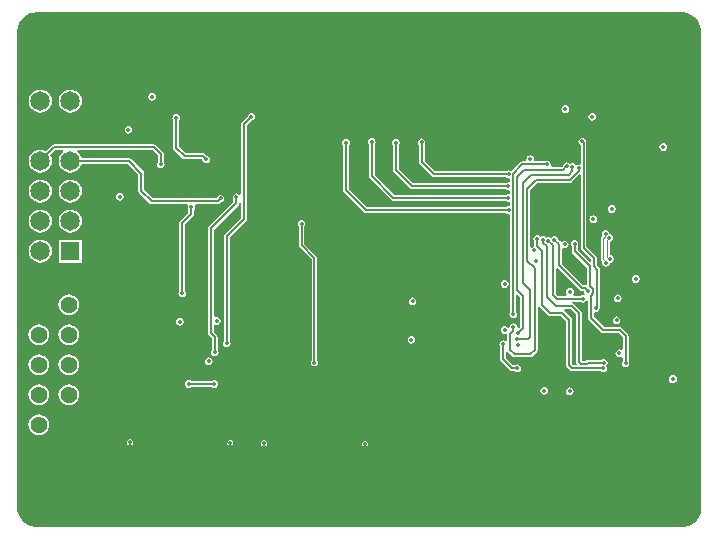
<source format=gbl>
G04*
G04 #@! TF.GenerationSoftware,Altium Limited,Altium Designer,19.1.7 (138)*
G04*
G04 Layer_Physical_Order=4*
G04 Layer_Color=16711680*
%FSLAX44Y44*%
%MOMM*%
G71*
G01*
G75*
%ADD12C,0.2000*%
%ADD38R,1.6000X4.9000*%
%ADD92C,0.1200*%
%ADD94C,0.1700*%
%ADD96C,1.4250*%
%ADD97R,1.4250X1.4250*%
%ADD98C,1.6500*%
%ADD99R,1.6500X1.6500*%
%ADD100C,1.9500*%
%ADD101C,0.3500*%
G36*
X559999Y433942D02*
X560109Y433936D01*
X560218Y433924D01*
X560327Y433906D01*
X560380Y433894D01*
X562017Y433900D01*
X565230Y433279D01*
X568263Y432048D01*
X571000Y430254D01*
X573338Y427964D01*
X575189Y425265D01*
X576483Y422258D01*
X577170Y419058D01*
X577198Y417422D01*
X577198Y417422D01*
X577198Y417418D01*
X577198Y417409D01*
X577198Y417392D01*
X577198Y15157D01*
X577199Y15123D01*
X577199Y15056D01*
X577200Y14989D01*
X577200Y14922D01*
Y13256D01*
X576570Y10052D01*
X575334Y7031D01*
X573537Y4305D01*
X571248Y1977D01*
X568553Y134D01*
X565553Y-1153D01*
X562360Y-1838D01*
X560677Y-1866D01*
X560574Y-1863D01*
X560472Y-1854D01*
X560370Y-1840D01*
X560319Y-1830D01*
X560273Y-1839D01*
X560180Y-1852D01*
X560086Y-1861D01*
X559991Y-1866D01*
X16248Y-1866D01*
X14978Y-1865D01*
X13310Y-1892D01*
X10067Y-1300D01*
X7001Y-88D01*
X4230Y1698D01*
X1860Y3990D01*
X-17Y6700D01*
X-1331Y9724D01*
X-2030Y12945D01*
X-2059Y14593D01*
X-2060Y15841D01*
X-2060Y416874D01*
X-2059Y416874D01*
X-2060Y416874D01*
X-2085Y418493D01*
X-1515Y421681D01*
X-345Y424701D01*
X1381Y427441D01*
X3600Y429799D01*
X6230Y431689D01*
X9173Y433041D01*
X12321Y433804D01*
X13938Y433877D01*
X14000Y433893D01*
X14126Y433918D01*
X14253Y433934D01*
X14380Y433942D01*
X559999Y433942D01*
D02*
G37*
%LPC*%
G36*
X112268Y365772D02*
X111000Y365519D01*
X109925Y364801D01*
X109207Y363726D01*
X108954Y362458D01*
X109207Y361190D01*
X109925Y360115D01*
X111000Y359397D01*
X112268Y359144D01*
X113536Y359397D01*
X114611Y360115D01*
X115329Y361190D01*
X115582Y362458D01*
X115329Y363726D01*
X114611Y364801D01*
X113536Y365519D01*
X112268Y365772D01*
D02*
G37*
G36*
X43000Y368584D02*
X40455Y368249D01*
X38083Y367267D01*
X36046Y365704D01*
X34483Y363667D01*
X33501Y361295D01*
X33166Y358750D01*
X33501Y356205D01*
X34483Y353833D01*
X36046Y351796D01*
X38083Y350233D01*
X40455Y349251D01*
X43000Y348916D01*
X45545Y349251D01*
X47917Y350233D01*
X49954Y351796D01*
X51517Y353833D01*
X52499Y356205D01*
X52834Y358750D01*
X52499Y361295D01*
X51517Y363667D01*
X49954Y365704D01*
X47917Y367267D01*
X45545Y368249D01*
X43000Y368584D01*
D02*
G37*
G36*
X17600D02*
X15055Y368249D01*
X12683Y367267D01*
X10646Y365704D01*
X9083Y363667D01*
X8101Y361295D01*
X7766Y358750D01*
X8101Y356205D01*
X9083Y353833D01*
X10646Y351796D01*
X12683Y350233D01*
X15055Y349251D01*
X17600Y348916D01*
X20145Y349251D01*
X22517Y350233D01*
X24554Y351796D01*
X26117Y353833D01*
X27099Y356205D01*
X27434Y358750D01*
X27099Y361295D01*
X26117Y363667D01*
X24554Y365704D01*
X22517Y367267D01*
X20145Y368249D01*
X17600Y368584D01*
D02*
G37*
G36*
X462026Y355358D02*
X460758Y355105D01*
X459683Y354387D01*
X458965Y353312D01*
X458712Y352044D01*
X458965Y350776D01*
X459683Y349701D01*
X460758Y348983D01*
X462026Y348730D01*
X463294Y348983D01*
X464369Y349701D01*
X465087Y350776D01*
X465340Y352044D01*
X465087Y353312D01*
X464369Y354387D01*
X463294Y355105D01*
X462026Y355358D01*
D02*
G37*
G36*
X484886Y349008D02*
X483618Y348755D01*
X482543Y348037D01*
X481825Y346962D01*
X481572Y345694D01*
X481825Y344426D01*
X482543Y343351D01*
X483618Y342633D01*
X484886Y342380D01*
X486154Y342633D01*
X487229Y343351D01*
X487947Y344426D01*
X488200Y345694D01*
X487947Y346962D01*
X487229Y348037D01*
X486154Y348755D01*
X484886Y349008D01*
D02*
G37*
G36*
X92202Y337832D02*
X90934Y337579D01*
X89859Y336861D01*
X89141Y335786D01*
X88888Y334518D01*
X89141Y333250D01*
X89859Y332175D01*
X90934Y331457D01*
X92202Y331204D01*
X93470Y331457D01*
X94545Y332175D01*
X95263Y333250D01*
X95516Y334518D01*
X95263Y335786D01*
X94545Y336861D01*
X93470Y337579D01*
X92202Y337832D01*
D02*
G37*
G36*
X545084Y323354D02*
X543816Y323101D01*
X542741Y322383D01*
X542023Y321308D01*
X541770Y320040D01*
X542023Y318772D01*
X542741Y317697D01*
X543816Y316979D01*
X545084Y316726D01*
X546352Y316979D01*
X547427Y317697D01*
X548145Y318772D01*
X548398Y320040D01*
X548145Y321308D01*
X547427Y322383D01*
X546352Y323101D01*
X545084Y323354D01*
D02*
G37*
G36*
X114046Y322081D02*
X29182D01*
X28207Y321887D01*
X27380Y321334D01*
X22513Y316468D01*
X20145Y317449D01*
X17600Y317784D01*
X15055Y317449D01*
X12683Y316467D01*
X10646Y314904D01*
X9083Y312867D01*
X8101Y310495D01*
X7766Y307950D01*
X8101Y305405D01*
X9083Y303033D01*
X10646Y300996D01*
X12683Y299433D01*
X15055Y298451D01*
X17600Y298116D01*
X20145Y298451D01*
X22517Y299433D01*
X24554Y300996D01*
X26117Y303033D01*
X27099Y305405D01*
X27434Y307950D01*
X27099Y310495D01*
X26118Y312863D01*
X30238Y316983D01*
X36670D01*
X37101Y315713D01*
X36046Y314904D01*
X34483Y312867D01*
X33501Y310495D01*
X33166Y307950D01*
X33501Y305405D01*
X34483Y303033D01*
X36046Y300996D01*
X38083Y299433D01*
X40455Y298451D01*
X43000Y298116D01*
X45545Y298451D01*
X47917Y299433D01*
X49954Y300996D01*
X51517Y303033D01*
X52498Y305401D01*
X91552D01*
X100575Y296378D01*
Y282448D01*
X100769Y281472D01*
X101322Y280646D01*
X109958Y272010D01*
X110785Y271457D01*
X111760Y271263D01*
X141744D01*
X142429Y269993D01*
X142228Y268986D01*
X142481Y267718D01*
X142993Y266951D01*
Y264454D01*
X135866Y257326D01*
X135313Y256500D01*
X135119Y255524D01*
Y198123D01*
X134607Y197356D01*
X134354Y196088D01*
X134607Y194820D01*
X135325Y193745D01*
X136400Y193027D01*
X137668Y192774D01*
X138936Y193027D01*
X140011Y193745D01*
X140729Y194820D01*
X140982Y196088D01*
X140729Y197356D01*
X140217Y198123D01*
Y254468D01*
X147344Y261596D01*
X147897Y262423D01*
X148091Y263398D01*
Y266951D01*
X148603Y267718D01*
X148856Y268986D01*
X148655Y269993D01*
X149340Y271263D01*
X167640D01*
X168615Y271457D01*
X169442Y272010D01*
X170543Y273111D01*
X171448Y273291D01*
X172523Y274009D01*
X173241Y275084D01*
X173494Y276352D01*
X173241Y277620D01*
X172523Y278695D01*
X171448Y279413D01*
X170180Y279666D01*
X168912Y279413D01*
X167837Y278695D01*
X167119Y277620D01*
X166939Y276715D01*
X166584Y276361D01*
X112816D01*
X105673Y283504D01*
Y297434D01*
X105479Y298410D01*
X104926Y299236D01*
X94410Y309752D01*
X93583Y310305D01*
X92608Y310499D01*
X52498D01*
X51517Y312867D01*
X49954Y314904D01*
X48899Y315713D01*
X49330Y316983D01*
X112990D01*
X117085Y312888D01*
Y307343D01*
X116573Y306576D01*
X116320Y305308D01*
X116573Y304040D01*
X117291Y302965D01*
X118366Y302247D01*
X119634Y301994D01*
X120902Y302247D01*
X121977Y302965D01*
X122695Y304040D01*
X122948Y305308D01*
X122695Y306576D01*
X122183Y307343D01*
Y313944D01*
X121989Y314919D01*
X121436Y315746D01*
X115848Y321334D01*
X115021Y321887D01*
X114046Y322081D01*
D02*
G37*
G36*
X132600Y347750D02*
X131332Y347497D01*
X130257Y346779D01*
X129539Y345704D01*
X129286Y344436D01*
X129539Y343168D01*
X130051Y342401D01*
Y319266D01*
X130245Y318291D01*
X130798Y317464D01*
X137898Y310364D01*
X138724Y309811D01*
X139700Y309617D01*
X154138D01*
X154747Y309009D01*
X154927Y308104D01*
X155645Y307029D01*
X156720Y306311D01*
X157988Y306058D01*
X159256Y306311D01*
X160331Y307029D01*
X161049Y308104D01*
X161302Y309372D01*
X161049Y310640D01*
X160331Y311715D01*
X159256Y312433D01*
X158351Y312613D01*
X156996Y313968D01*
X156170Y314521D01*
X155194Y314715D01*
X140756D01*
X135149Y320322D01*
Y342401D01*
X135661Y343168D01*
X135914Y344436D01*
X135661Y345704D01*
X134943Y346779D01*
X133868Y347497D01*
X132600Y347750D01*
D02*
G37*
G36*
X476504Y327926D02*
X475236Y327673D01*
X474161Y326955D01*
X473443Y325880D01*
X473190Y324612D01*
X473443Y323344D01*
X474161Y322269D01*
X475160Y321601D01*
Y305933D01*
X473890Y304979D01*
X473456Y305066D01*
X472188Y304813D01*
X471320Y304233D01*
X471183Y304290D01*
X470465Y305365D01*
X469390Y306083D01*
X468122Y306336D01*
X466854Y306083D01*
X465917Y305457D01*
X465639Y305873D01*
X464564Y306591D01*
X463296Y306844D01*
X462028Y306591D01*
X460953Y305873D01*
X460235Y304798D01*
X460118Y304210D01*
X459192Y303285D01*
X450521D01*
X449640Y304555D01*
X449757Y305143D01*
X449504Y306411D01*
X448786Y307486D01*
X447711Y308204D01*
X446443Y308457D01*
X445175Y308204D01*
X444426Y307704D01*
X436344D01*
X435492Y308974D01*
X435622Y309626D01*
X435369Y310894D01*
X434651Y311969D01*
X433576Y312687D01*
X432308Y312940D01*
X431040Y312687D01*
X429965Y311969D01*
X429247Y310894D01*
X428994Y309626D01*
X429124Y308974D01*
X428272Y307704D01*
X425704D01*
X425704Y307704D01*
X424787Y307522D01*
X424010Y307002D01*
X416311Y299304D01*
X415288Y299987D01*
X414020Y300240D01*
X412752Y299987D01*
X411985Y299475D01*
X351830D01*
X342909Y308396D01*
Y321815D01*
X343421Y322582D01*
X343674Y323850D01*
X343421Y325118D01*
X342703Y326193D01*
X341628Y326911D01*
X340360Y327164D01*
X339092Y326911D01*
X338017Y326193D01*
X337299Y325118D01*
X337046Y323850D01*
X337299Y322582D01*
X337811Y321815D01*
Y307340D01*
X338005Y306364D01*
X338558Y305538D01*
X348972Y295124D01*
X349799Y294571D01*
X350774Y294377D01*
X411985D01*
X412752Y293865D01*
X414020Y293612D01*
X414095Y293627D01*
X415365Y292585D01*
Y291017D01*
X414095Y290014D01*
X413766Y290080D01*
X412498Y289827D01*
X411731Y289315D01*
X333288D01*
X321065Y301538D01*
Y321561D01*
X321577Y322328D01*
X321830Y323596D01*
X321577Y324864D01*
X320859Y325939D01*
X319784Y326657D01*
X318516Y326910D01*
X317248Y326657D01*
X316173Y325939D01*
X315455Y324864D01*
X315202Y323596D01*
X315455Y322328D01*
X315967Y321561D01*
Y300482D01*
X316161Y299506D01*
X316714Y298680D01*
X330430Y284964D01*
X331257Y284411D01*
X332232Y284217D01*
X411731D01*
X412498Y283705D01*
X413766Y283452D01*
X414095Y283518D01*
X415299Y282566D01*
Y281314D01*
X414095Y280362D01*
X413766Y280428D01*
X412498Y280175D01*
X411731Y279663D01*
X317540D01*
X300745Y296458D01*
Y322069D01*
X301257Y322836D01*
X301510Y324104D01*
X301257Y325372D01*
X300539Y326447D01*
X299464Y327165D01*
X298196Y327418D01*
X296928Y327165D01*
X295853Y326447D01*
X295135Y325372D01*
X294882Y324104D01*
X295135Y322836D01*
X295647Y322069D01*
Y295402D01*
X295841Y294426D01*
X296394Y293600D01*
X314682Y275312D01*
X315508Y274759D01*
X316484Y274565D01*
X411731D01*
X412498Y274053D01*
X413766Y273800D01*
X414095Y273866D01*
X415365Y272862D01*
Y271041D01*
X414095Y269999D01*
X414020Y270014D01*
X412752Y269761D01*
X411985Y269249D01*
X294172D01*
X278901Y284520D01*
Y321561D01*
X279413Y322328D01*
X279666Y323596D01*
X279413Y324864D01*
X278695Y325939D01*
X277620Y326657D01*
X276352Y326910D01*
X275084Y326657D01*
X274009Y325939D01*
X273291Y324864D01*
X273038Y323596D01*
X273291Y322328D01*
X273803Y321561D01*
Y283464D01*
X273997Y282488D01*
X274550Y281662D01*
X291314Y264898D01*
X292141Y264345D01*
X293116Y264151D01*
X411985D01*
X412752Y263639D01*
X414020Y263386D01*
X414095Y263401D01*
X415365Y262359D01*
Y180238D01*
X414861Y179484D01*
X414609Y178216D01*
X414861Y176947D01*
X415579Y175872D01*
X416654Y175154D01*
X417923Y174902D01*
X419191Y175154D01*
X420266Y175872D01*
X420984Y176947D01*
X421236Y178216D01*
X420984Y179484D01*
X420266Y180559D01*
X420157Y180631D01*
Y194847D01*
X421330Y195333D01*
X423917Y192746D01*
Y167934D01*
X422524Y166541D01*
X421354Y167167D01*
X421398Y167386D01*
X421145Y168654D01*
X420427Y169729D01*
X419352Y170447D01*
X418084Y170700D01*
X416816Y170447D01*
X415741Y169729D01*
X415023Y168654D01*
X414770Y167386D01*
X414831Y167080D01*
X413635Y166584D01*
X413061Y167443D01*
X411986Y168161D01*
X410718Y168414D01*
X409450Y168161D01*
X408375Y167443D01*
X407657Y166368D01*
X407404Y165100D01*
X407657Y163832D01*
X408375Y162757D01*
X409450Y162039D01*
X410718Y161786D01*
X411760Y161994D01*
X411852Y161979D01*
X412536Y161574D01*
X412995Y161185D01*
Y155735D01*
X412092Y155372D01*
X411725Y155295D01*
X410716Y155969D01*
X409448Y156222D01*
X408180Y155969D01*
X407105Y155251D01*
X406387Y154176D01*
X406134Y152908D01*
X406387Y151640D01*
X406899Y150873D01*
Y140462D01*
X407093Y139487D01*
X407646Y138660D01*
X415321Y130985D01*
X416147Y130432D01*
X417123Y130238D01*
X418823D01*
X418877Y130157D01*
X419952Y129439D01*
X421220Y129186D01*
X422488Y129439D01*
X423563Y130157D01*
X424281Y131232D01*
X424534Y132500D01*
X424281Y133768D01*
X423563Y134843D01*
X422488Y135561D01*
X421220Y135814D01*
X419952Y135561D01*
X419614Y135336D01*
X418179D01*
X411997Y141518D01*
Y146401D01*
X412208Y146553D01*
X413742Y146534D01*
X417806Y142470D01*
X418633Y141917D01*
X419608Y141723D01*
X432054D01*
X433030Y141917D01*
X433856Y142470D01*
X437920Y146534D01*
X438473Y147360D01*
X438667Y148336D01*
Y184247D01*
X438878Y184399D01*
X440412Y184380D01*
X447270Y177522D01*
X448097Y176969D01*
X449072Y176775D01*
X458529D01*
X462525Y172779D01*
Y135382D01*
X462719Y134406D01*
X463272Y133580D01*
X466066Y130786D01*
X466893Y130233D01*
X467868Y130039D01*
X491995D01*
X492762Y129527D01*
X494030Y129274D01*
X495298Y129527D01*
X496373Y130245D01*
X497091Y131320D01*
X497344Y132588D01*
X497091Y133856D01*
X496465Y134793D01*
X496881Y135071D01*
X497599Y136146D01*
X497852Y137414D01*
X497599Y138682D01*
X496881Y139757D01*
X495806Y140475D01*
X494538Y140728D01*
X493270Y140475D01*
X492503Y139963D01*
X481584D01*
X480608Y139769D01*
X479782Y139216D01*
X479364Y138799D01*
X476299D01*
Y179284D01*
X476105Y180259D01*
X475552Y181086D01*
X469670Y186968D01*
X468843Y187521D01*
X467868Y187715D01*
X467911Y188967D01*
X474977D01*
X475744Y188455D01*
X477012Y188202D01*
X478280Y188455D01*
X479355Y189173D01*
X479865Y189936D01*
X481135Y189571D01*
Y175446D01*
X481329Y174471D01*
X481882Y173644D01*
X492228Y163298D01*
X493055Y162745D01*
X494030Y162551D01*
X506944D01*
X510531Y158964D01*
Y148863D01*
X509261Y148184D01*
X509014Y148349D01*
X507746Y148602D01*
X506478Y148349D01*
X505403Y147631D01*
X504685Y146556D01*
X504432Y145288D01*
X504685Y144020D01*
X505403Y142945D01*
X506478Y142227D01*
X507746Y141974D01*
X509014Y142227D01*
X509261Y142392D01*
X510531Y141713D01*
Y138687D01*
X510019Y137920D01*
X509766Y136652D01*
X510019Y135384D01*
X510737Y134309D01*
X511812Y133591D01*
X513080Y133338D01*
X514348Y133591D01*
X515423Y134309D01*
X516141Y135384D01*
X516394Y136652D01*
X516141Y137920D01*
X515629Y138687D01*
Y160020D01*
X515435Y160995D01*
X514882Y161822D01*
X509802Y166902D01*
X508975Y167455D01*
X508000Y167649D01*
X495086D01*
X486233Y176502D01*
Y179205D01*
X487503Y180160D01*
X487934Y180074D01*
X489202Y180327D01*
X490277Y181045D01*
X490995Y182120D01*
X491248Y183388D01*
X491188Y183689D01*
X491326Y184384D01*
X491326Y184384D01*
Y216218D01*
X491144Y217135D01*
X490624Y217912D01*
X488770Y219766D01*
Y225842D01*
X488588Y226759D01*
X488068Y227536D01*
X479952Y235653D01*
Y323560D01*
X479780Y324424D01*
X479818Y324612D01*
X479565Y325880D01*
X478847Y326955D01*
X477772Y327673D01*
X476504Y327926D01*
D02*
G37*
G36*
X196342Y349008D02*
X195074Y348755D01*
X193999Y348037D01*
X193281Y346962D01*
X193101Y346057D01*
X188190Y341146D01*
X187637Y340320D01*
X187443Y339344D01*
Y279815D01*
X186173Y279430D01*
X185985Y279711D01*
X184910Y280429D01*
X183642Y280682D01*
X182374Y280429D01*
X181299Y279711D01*
X180581Y278636D01*
X180328Y277368D01*
X180581Y276100D01*
X181093Y275333D01*
Y273598D01*
X160310Y252814D01*
X159757Y251987D01*
X159563Y251012D01*
Y162161D01*
X159757Y161185D01*
X160310Y160358D01*
X162599Y158069D01*
Y148387D01*
X162087Y147620D01*
X161834Y146352D01*
X162087Y145084D01*
X162805Y144009D01*
X163880Y143291D01*
X165148Y143038D01*
X166416Y143291D01*
X167491Y144009D01*
X168209Y145084D01*
X168462Y146352D01*
X168209Y147620D01*
X167697Y148387D01*
Y159125D01*
X167503Y160100D01*
X166950Y160927D01*
X164661Y163216D01*
Y168881D01*
X165931Y169595D01*
X166878Y169406D01*
X168146Y169659D01*
X169221Y170377D01*
X169939Y171452D01*
X170192Y172720D01*
X169939Y173988D01*
X169221Y175063D01*
X168146Y175781D01*
X166878Y176034D01*
X165931Y175845D01*
X164661Y176558D01*
Y249956D01*
X185444Y270740D01*
X185997Y271567D01*
X186191Y272542D01*
X187443Y272499D01*
Y260136D01*
X173712Y246404D01*
X173159Y245578D01*
X172965Y244602D01*
Y155705D01*
X172453Y154938D01*
X172200Y153670D01*
X172453Y152402D01*
X173171Y151327D01*
X174246Y150609D01*
X175514Y150356D01*
X176782Y150609D01*
X177857Y151327D01*
X178575Y152402D01*
X178828Y153670D01*
X178575Y154938D01*
X178063Y155705D01*
Y243546D01*
X191794Y257278D01*
X192347Y258105D01*
X192541Y259080D01*
Y338288D01*
X196705Y342453D01*
X197610Y342633D01*
X198685Y343351D01*
X199403Y344426D01*
X199656Y345694D01*
X199403Y346962D01*
X198685Y348037D01*
X197610Y348755D01*
X196342Y349008D01*
D02*
G37*
G36*
X84836Y281190D02*
X83568Y280937D01*
X82493Y280219D01*
X81775Y279144D01*
X81522Y277876D01*
X81775Y276608D01*
X82493Y275533D01*
X83568Y274815D01*
X84836Y274562D01*
X86104Y274815D01*
X87179Y275533D01*
X87897Y276608D01*
X88150Y277876D01*
X87897Y279144D01*
X87179Y280219D01*
X86104Y280937D01*
X84836Y281190D01*
D02*
G37*
G36*
X43000Y292384D02*
X40455Y292049D01*
X38083Y291067D01*
X36046Y289504D01*
X34483Y287467D01*
X33501Y285095D01*
X33166Y282550D01*
X33501Y280005D01*
X34483Y277633D01*
X36046Y275596D01*
X38083Y274033D01*
X40455Y273051D01*
X43000Y272716D01*
X45545Y273051D01*
X47917Y274033D01*
X49954Y275596D01*
X51517Y277633D01*
X52499Y280005D01*
X52834Y282550D01*
X52499Y285095D01*
X51517Y287467D01*
X49954Y289504D01*
X47917Y291067D01*
X45545Y292049D01*
X43000Y292384D01*
D02*
G37*
G36*
X17600D02*
X15055Y292049D01*
X12683Y291067D01*
X10646Y289504D01*
X9083Y287467D01*
X8101Y285095D01*
X7766Y282550D01*
X8101Y280005D01*
X9083Y277633D01*
X10646Y275596D01*
X12683Y274033D01*
X15055Y273051D01*
X17600Y272716D01*
X20145Y273051D01*
X22517Y274033D01*
X24554Y275596D01*
X26117Y277633D01*
X27099Y280005D01*
X27434Y282550D01*
X27099Y285095D01*
X26117Y287467D01*
X24554Y289504D01*
X22517Y291067D01*
X20145Y292049D01*
X17600Y292384D01*
D02*
G37*
G36*
X501396Y270776D02*
X500128Y270523D01*
X499053Y269805D01*
X498335Y268730D01*
X498082Y267462D01*
X498335Y266194D01*
X499053Y265119D01*
X500128Y264401D01*
X501396Y264148D01*
X502664Y264401D01*
X503739Y265119D01*
X504457Y266194D01*
X504710Y267462D01*
X504457Y268730D01*
X503739Y269805D01*
X502664Y270523D01*
X501396Y270776D01*
D02*
G37*
G36*
X485648Y262140D02*
X484380Y261887D01*
X483305Y261169D01*
X482587Y260094D01*
X482334Y258826D01*
X482587Y257558D01*
X483305Y256483D01*
X484380Y255765D01*
X485648Y255512D01*
X486916Y255765D01*
X487991Y256483D01*
X488709Y257558D01*
X488962Y258826D01*
X488709Y260094D01*
X487991Y261169D01*
X486916Y261887D01*
X485648Y262140D01*
D02*
G37*
G36*
X43000Y266984D02*
X40455Y266649D01*
X38083Y265667D01*
X36046Y264104D01*
X34483Y262067D01*
X33501Y259695D01*
X33166Y257150D01*
X33501Y254605D01*
X34483Y252233D01*
X36046Y250196D01*
X38083Y248633D01*
X40455Y247651D01*
X43000Y247316D01*
X45545Y247651D01*
X47917Y248633D01*
X49954Y250196D01*
X51517Y252233D01*
X52499Y254605D01*
X52834Y257150D01*
X52499Y259695D01*
X51517Y262067D01*
X49954Y264104D01*
X47917Y265667D01*
X45545Y266649D01*
X43000Y266984D01*
D02*
G37*
G36*
X17600D02*
X15055Y266649D01*
X12683Y265667D01*
X10646Y264104D01*
X9083Y262067D01*
X8101Y259695D01*
X7766Y257150D01*
X8101Y254605D01*
X9083Y252233D01*
X10646Y250196D01*
X12683Y248633D01*
X15055Y247651D01*
X17600Y247316D01*
X20145Y247651D01*
X22517Y248633D01*
X24554Y250196D01*
X26117Y252233D01*
X27099Y254605D01*
X27434Y257150D01*
X27099Y259695D01*
X26117Y262067D01*
X24554Y264104D01*
X22517Y265667D01*
X20145Y266649D01*
X17600Y266984D01*
D02*
G37*
G36*
X52750Y241500D02*
X33250D01*
Y222000D01*
X52750D01*
Y241500D01*
D02*
G37*
G36*
X17600Y241584D02*
X15055Y241249D01*
X12683Y240267D01*
X10646Y238704D01*
X9083Y236667D01*
X8101Y234295D01*
X7766Y231750D01*
X8101Y229205D01*
X9083Y226833D01*
X10646Y224796D01*
X12683Y223233D01*
X15055Y222251D01*
X17600Y221916D01*
X20145Y222251D01*
X22517Y223233D01*
X24554Y224796D01*
X26117Y226833D01*
X27099Y229205D01*
X27434Y231750D01*
X27099Y234295D01*
X26117Y236667D01*
X24554Y238704D01*
X22517Y240267D01*
X20145Y241249D01*
X17600Y241584D01*
D02*
G37*
G36*
X496189Y249567D02*
X494921Y249314D01*
X493846Y248596D01*
X493128Y247521D01*
X492875Y246253D01*
X493128Y244985D01*
X493365Y244629D01*
X492793Y244058D01*
X492329Y243363D01*
X492166Y242544D01*
Y225067D01*
X492329Y224248D01*
X492793Y223553D01*
X493401Y222946D01*
X493201Y221941D01*
X493453Y220673D01*
X494171Y219597D01*
X495247Y218879D01*
X496515Y218627D01*
X497783Y218879D01*
X498858Y219597D01*
X499576Y220673D01*
X499806Y221831D01*
X500965Y222061D01*
X502040Y222780D01*
X502758Y223855D01*
X503010Y225123D01*
X502758Y226391D01*
X502040Y227466D01*
X500965Y228184D01*
X499697Y228436D01*
X499648Y228476D01*
Y239813D01*
X500639Y240010D01*
X501714Y240728D01*
X502432Y241803D01*
X502685Y243071D01*
X502432Y244339D01*
X501714Y245414D01*
X500639Y246132D01*
X499481Y246363D01*
X499250Y247521D01*
X498532Y248596D01*
X497457Y249314D01*
X496189Y249567D01*
D02*
G37*
G36*
X521716Y211594D02*
X520448Y211341D01*
X519373Y210623D01*
X518655Y209548D01*
X518402Y208280D01*
X518655Y207012D01*
X519373Y205937D01*
X520448Y205219D01*
X521716Y204966D01*
X522984Y205219D01*
X524059Y205937D01*
X524777Y207012D01*
X525030Y208280D01*
X524777Y209548D01*
X524059Y210623D01*
X522984Y211341D01*
X521716Y211594D01*
D02*
G37*
G36*
X410718Y207276D02*
X409450Y207023D01*
X408375Y206305D01*
X407657Y205230D01*
X407404Y203962D01*
X407657Y202694D01*
X408375Y201619D01*
X409450Y200901D01*
X410718Y200648D01*
X411986Y200901D01*
X413061Y201619D01*
X413779Y202694D01*
X414032Y203962D01*
X413779Y205230D01*
X413061Y206305D01*
X411986Y207023D01*
X410718Y207276D01*
D02*
G37*
G36*
X506476Y195084D02*
X505208Y194831D01*
X504133Y194113D01*
X503415Y193038D01*
X503162Y191770D01*
X503415Y190502D01*
X504133Y189427D01*
X505208Y188709D01*
X506476Y188456D01*
X507744Y188709D01*
X508819Y189427D01*
X509537Y190502D01*
X509790Y191770D01*
X509537Y193038D01*
X508819Y194113D01*
X507744Y194831D01*
X506476Y195084D01*
D02*
G37*
G36*
X332740Y192544D02*
X331472Y192291D01*
X330397Y191573D01*
X329679Y190498D01*
X329426Y189230D01*
X329679Y187962D01*
X330397Y186887D01*
X331472Y186169D01*
X332740Y185916D01*
X334008Y186169D01*
X335083Y186887D01*
X335801Y187962D01*
X336054Y189230D01*
X335801Y190498D01*
X335083Y191573D01*
X334008Y192291D01*
X332740Y192544D01*
D02*
G37*
G36*
X41650Y195199D02*
X39398Y194903D01*
X37300Y194034D01*
X35499Y192651D01*
X34116Y190850D01*
X33247Y188752D01*
X32951Y186500D01*
X33247Y184248D01*
X34116Y182150D01*
X35499Y180349D01*
X37300Y178966D01*
X39398Y178097D01*
X41650Y177801D01*
X43902Y178097D01*
X46000Y178966D01*
X47801Y180349D01*
X49184Y182150D01*
X50053Y184248D01*
X50349Y186500D01*
X50053Y188752D01*
X49184Y190850D01*
X47801Y192651D01*
X46000Y194034D01*
X43902Y194903D01*
X41650Y195199D01*
D02*
G37*
G36*
X505460Y176542D02*
X504192Y176289D01*
X503117Y175571D01*
X502399Y174496D01*
X502146Y173228D01*
X502399Y171960D01*
X503117Y170885D01*
X504192Y170167D01*
X505460Y169914D01*
X506728Y170167D01*
X507803Y170885D01*
X508521Y171960D01*
X508774Y173228D01*
X508521Y174496D01*
X507803Y175571D01*
X506728Y176289D01*
X505460Y176542D01*
D02*
G37*
G36*
X135636Y175272D02*
X134368Y175019D01*
X133293Y174301D01*
X132575Y173226D01*
X132322Y171958D01*
X132575Y170690D01*
X133293Y169615D01*
X134368Y168897D01*
X135636Y168644D01*
X136904Y168897D01*
X137979Y169615D01*
X138697Y170690D01*
X138950Y171958D01*
X138697Y173226D01*
X137979Y174301D01*
X136904Y175019D01*
X135636Y175272D01*
D02*
G37*
G36*
X331763Y160159D02*
X330495Y159906D01*
X329420Y159188D01*
X328702Y158113D01*
X328449Y156845D01*
X328702Y155577D01*
X329420Y154502D01*
X330495Y153784D01*
X331763Y153531D01*
X333031Y153784D01*
X334106Y154502D01*
X334824Y155577D01*
X335077Y156845D01*
X334824Y158113D01*
X334106Y159188D01*
X333031Y159906D01*
X331763Y160159D01*
D02*
G37*
G36*
X41650Y169799D02*
X39398Y169503D01*
X37300Y168634D01*
X35499Y167251D01*
X34116Y165450D01*
X33247Y163352D01*
X32951Y161100D01*
X33247Y158848D01*
X34116Y156750D01*
X35499Y154949D01*
X37300Y153566D01*
X39398Y152697D01*
X41650Y152401D01*
X43902Y152697D01*
X46000Y153566D01*
X47801Y154949D01*
X49184Y156750D01*
X50053Y158848D01*
X50349Y161100D01*
X50053Y163352D01*
X49184Y165450D01*
X47801Y167251D01*
X46000Y168634D01*
X43902Y169503D01*
X41650Y169799D01*
D02*
G37*
G36*
X16250D02*
X13998Y169503D01*
X11900Y168634D01*
X10099Y167251D01*
X8716Y165450D01*
X7847Y163352D01*
X7551Y161100D01*
X7847Y158848D01*
X8716Y156750D01*
X10099Y154949D01*
X11900Y153566D01*
X13998Y152697D01*
X16250Y152401D01*
X18502Y152697D01*
X20600Y153566D01*
X22401Y154949D01*
X23784Y156750D01*
X24653Y158848D01*
X24949Y161100D01*
X24653Y163352D01*
X23784Y165450D01*
X22401Y167251D01*
X20600Y168634D01*
X18502Y169503D01*
X16250Y169799D01*
D02*
G37*
G36*
X160274Y141744D02*
X159006Y141491D01*
X157931Y140773D01*
X157213Y139698D01*
X156960Y138430D01*
X157213Y137162D01*
X157931Y136087D01*
X159006Y135369D01*
X160274Y135116D01*
X161542Y135369D01*
X162617Y136087D01*
X163335Y137162D01*
X163588Y138430D01*
X163335Y139698D01*
X162617Y140773D01*
X161542Y141491D01*
X160274Y141744D01*
D02*
G37*
G36*
X238760Y258076D02*
X237492Y257823D01*
X236417Y257105D01*
X235699Y256030D01*
X235446Y254762D01*
X235699Y253494D01*
X236364Y252498D01*
Y236982D01*
X236546Y236065D01*
X237066Y235288D01*
X247286Y225068D01*
Y139746D01*
X246621Y138750D01*
X246368Y137482D01*
X246621Y136214D01*
X247339Y135139D01*
X248414Y134421D01*
X249682Y134169D01*
X250950Y134421D01*
X252025Y135139D01*
X252743Y136214D01*
X252996Y137482D01*
X252743Y138750D01*
X252078Y139746D01*
Y226060D01*
X251896Y226977D01*
X251376Y227754D01*
X241156Y237974D01*
Y252498D01*
X241821Y253494D01*
X242074Y254762D01*
X241821Y256030D01*
X241103Y257105D01*
X240028Y257823D01*
X238760Y258076D01*
D02*
G37*
G36*
X41650Y144399D02*
X39398Y144103D01*
X37300Y143234D01*
X35499Y141851D01*
X34116Y140050D01*
X33247Y137952D01*
X32951Y135700D01*
X33247Y133448D01*
X34116Y131350D01*
X35499Y129549D01*
X37300Y128166D01*
X39398Y127297D01*
X41650Y127001D01*
X43902Y127297D01*
X46000Y128166D01*
X47801Y129549D01*
X49184Y131350D01*
X50053Y133448D01*
X50349Y135700D01*
X50053Y137952D01*
X49184Y140050D01*
X47801Y141851D01*
X46000Y143234D01*
X43902Y144103D01*
X41650Y144399D01*
D02*
G37*
G36*
X16250D02*
X13998Y144103D01*
X11900Y143234D01*
X10099Y141851D01*
X8716Y140050D01*
X7847Y137952D01*
X7551Y135700D01*
X7847Y133448D01*
X8716Y131350D01*
X10099Y129549D01*
X11900Y128166D01*
X13998Y127297D01*
X16250Y127001D01*
X18502Y127297D01*
X20600Y128166D01*
X22401Y129549D01*
X23784Y131350D01*
X24653Y133448D01*
X24949Y135700D01*
X24653Y137952D01*
X23784Y140050D01*
X22401Y141851D01*
X20600Y143234D01*
X18502Y144103D01*
X16250Y144399D01*
D02*
G37*
G36*
X164846Y122694D02*
X163578Y122441D01*
X162582Y121776D01*
X145686D01*
X144690Y122441D01*
X143422Y122694D01*
X142154Y122441D01*
X141079Y121723D01*
X140361Y120648D01*
X140108Y119380D01*
X140361Y118112D01*
X141079Y117037D01*
X142154Y116319D01*
X143422Y116066D01*
X144690Y116319D01*
X145686Y116984D01*
X162582D01*
X163578Y116319D01*
X164846Y116066D01*
X166114Y116319D01*
X167189Y117037D01*
X167907Y118112D01*
X168160Y119380D01*
X167907Y120648D01*
X167189Y121723D01*
X166114Y122441D01*
X164846Y122694D01*
D02*
G37*
G36*
X553212Y126758D02*
X551944Y126505D01*
X550869Y125787D01*
X550151Y124712D01*
X549898Y123444D01*
X550151Y122176D01*
X550869Y121101D01*
X551944Y120383D01*
X553212Y120130D01*
X554480Y120383D01*
X555555Y121101D01*
X556273Y122176D01*
X556526Y123444D01*
X556273Y124712D01*
X555555Y125787D01*
X554480Y126505D01*
X553212Y126758D01*
D02*
G37*
G36*
X444246Y116852D02*
X442978Y116599D01*
X441903Y115881D01*
X441185Y114806D01*
X440932Y113538D01*
X441185Y112270D01*
X441903Y111195D01*
X442978Y110477D01*
X444246Y110224D01*
X445514Y110477D01*
X446589Y111195D01*
X447307Y112270D01*
X447560Y113538D01*
X447307Y114806D01*
X446589Y115881D01*
X445514Y116599D01*
X444246Y116852D01*
D02*
G37*
G36*
X465836Y116344D02*
X464568Y116091D01*
X463493Y115373D01*
X462775Y114298D01*
X462522Y113030D01*
X462775Y111762D01*
X463493Y110687D01*
X464568Y109969D01*
X465836Y109716D01*
X467104Y109969D01*
X468179Y110687D01*
X468897Y111762D01*
X469150Y113030D01*
X468897Y114298D01*
X468179Y115373D01*
X467104Y116091D01*
X465836Y116344D01*
D02*
G37*
G36*
X41650Y118999D02*
X39398Y118703D01*
X37300Y117834D01*
X35499Y116451D01*
X34116Y114650D01*
X33247Y112552D01*
X32951Y110300D01*
X33247Y108048D01*
X34116Y105950D01*
X35499Y104149D01*
X37300Y102766D01*
X39398Y101897D01*
X41650Y101601D01*
X43902Y101897D01*
X46000Y102766D01*
X47801Y104149D01*
X49184Y105950D01*
X50053Y108048D01*
X50349Y110300D01*
X50053Y112552D01*
X49184Y114650D01*
X47801Y116451D01*
X46000Y117834D01*
X43902Y118703D01*
X41650Y118999D01*
D02*
G37*
G36*
X16250D02*
X13998Y118703D01*
X11900Y117834D01*
X10099Y116451D01*
X8716Y114650D01*
X7847Y112552D01*
X7551Y110300D01*
X7847Y108048D01*
X8716Y105950D01*
X10099Y104149D01*
X11900Y102766D01*
X13998Y101897D01*
X16250Y101601D01*
X18502Y101897D01*
X20600Y102766D01*
X22401Y104149D01*
X23784Y105950D01*
X24653Y108048D01*
X24949Y110300D01*
X24653Y112552D01*
X23784Y114650D01*
X22401Y116451D01*
X20600Y117834D01*
X18502Y118703D01*
X16250Y118999D01*
D02*
G37*
G36*
Y93599D02*
X13998Y93303D01*
X11900Y92434D01*
X10099Y91051D01*
X8716Y89250D01*
X7847Y87152D01*
X7551Y84900D01*
X7847Y82648D01*
X8716Y80550D01*
X10099Y78749D01*
X11900Y77366D01*
X13998Y76497D01*
X16250Y76201D01*
X18502Y76497D01*
X20600Y77366D01*
X22401Y78749D01*
X23784Y80550D01*
X24653Y82648D01*
X24949Y84900D01*
X24653Y87152D01*
X23784Y89250D01*
X22401Y91051D01*
X20600Y92434D01*
X18502Y93303D01*
X16250Y93599D01*
D02*
G37*
G36*
X178500Y72049D02*
X177525Y71855D01*
X176698Y71302D01*
X176145Y70475D01*
X175951Y69500D01*
Y44059D01*
X175895Y43976D01*
X175701Y43000D01*
X175895Y42025D01*
X176448Y41198D01*
X177275Y40645D01*
X178250Y40451D01*
X179226Y40645D01*
X180052Y41198D01*
X180302Y41448D01*
X180855Y42275D01*
X181049Y43250D01*
Y69500D01*
X180855Y70475D01*
X180302Y71302D01*
X179475Y71855D01*
X178500Y72049D01*
D02*
G37*
G36*
X93500Y72549D02*
X92525Y72355D01*
X91698Y71802D01*
X91145Y70975D01*
X90951Y70000D01*
Y44059D01*
X90895Y43976D01*
X90701Y43000D01*
X90895Y42025D01*
X91448Y41198D01*
X92275Y40645D01*
X93250Y40451D01*
X94225Y40645D01*
X95052Y41198D01*
X95302Y41448D01*
X95855Y42275D01*
X96049Y43250D01*
Y70000D01*
X95855Y70975D01*
X95302Y71802D01*
X94475Y72355D01*
X93500Y72549D01*
D02*
G37*
G36*
X206750Y72049D02*
X205775Y71855D01*
X204948Y71302D01*
X204395Y70475D01*
X204201Y69500D01*
Y42750D01*
X204395Y41775D01*
X204948Y40948D01*
X205448Y40448D01*
X206275Y39895D01*
X207250Y39701D01*
X208225Y39895D01*
X209052Y40448D01*
X209605Y41275D01*
X209799Y42250D01*
X209605Y43225D01*
X209299Y43683D01*
Y69500D01*
X209105Y70475D01*
X208552Y71302D01*
X207725Y71855D01*
X206750Y72049D01*
D02*
G37*
G36*
X292250Y70799D02*
X291275Y70605D01*
X290448Y70052D01*
X289895Y69225D01*
X289701Y68250D01*
Y42250D01*
X289895Y41275D01*
X290448Y40448D01*
X291275Y39895D01*
X292250Y39701D01*
X293225Y39895D01*
X294052Y40448D01*
X294605Y41275D01*
X294799Y42250D01*
Y68250D01*
X294605Y69225D01*
X294052Y70052D01*
X293225Y70605D01*
X292250Y70799D01*
D02*
G37*
%LPD*%
G36*
X475160Y296290D02*
Y234660D01*
X475342Y233743D01*
X475862Y232966D01*
X483978Y224849D01*
Y223111D01*
X482805Y222624D01*
X472449Y232980D01*
Y235709D01*
X472961Y236476D01*
X473214Y237744D01*
X472961Y239012D01*
X472243Y240087D01*
X471168Y240805D01*
X469900Y241058D01*
X468632Y240805D01*
X467557Y240087D01*
X466839Y239012D01*
X466586Y237744D01*
X466839Y236476D01*
X467351Y235709D01*
Y231924D01*
X467545Y230949D01*
X468098Y230122D01*
X480475Y217745D01*
Y203698D01*
X479205Y202872D01*
X478790Y202955D01*
X477139D01*
X459241Y220853D01*
Y233707D01*
X460511Y234400D01*
X461500Y234203D01*
X462768Y234456D01*
X463843Y235174D01*
X464561Y236249D01*
X464814Y237517D01*
X464561Y238785D01*
X463843Y239860D01*
X462768Y240578D01*
X461500Y240831D01*
X460232Y240578D01*
X459157Y239860D01*
X457850Y240191D01*
X456123Y241917D01*
X455943Y242822D01*
X455225Y243897D01*
X454150Y244615D01*
X452882Y244868D01*
X451614Y244615D01*
X450539Y243897D01*
X449948Y243013D01*
X449070Y243599D01*
X447802Y243852D01*
X446534Y243599D01*
X445996Y243240D01*
X445573Y243873D01*
X444498Y244591D01*
X443230Y244844D01*
X441962Y244591D01*
X441036Y243973D01*
X440747Y244405D01*
X439672Y245123D01*
X438404Y245376D01*
X437136Y245123D01*
X436061Y244405D01*
X435343Y243330D01*
X435090Y242062D01*
X435343Y240794D01*
X435855Y240027D01*
Y236918D01*
X435855Y235935D01*
X434719Y235496D01*
X434596Y235471D01*
X433647Y234837D01*
X433064Y234982D01*
X432377Y235327D01*
Y283230D01*
X438698Y289551D01*
X465706D01*
X466681Y289745D01*
X467508Y290298D01*
X473987Y296776D01*
X475160Y296290D01*
D02*
G37*
G36*
X474281Y198604D02*
X475108Y198051D01*
X476084Y197857D01*
X477734D01*
X478089Y197503D01*
X478269Y196598D01*
X478987Y195523D01*
X478280Y194577D01*
X477012Y194830D01*
X475744Y194577D01*
X474977Y194065D01*
X469496D01*
X468817Y195335D01*
X469151Y195836D01*
X469404Y197104D01*
X469151Y198372D01*
X468433Y199447D01*
X467358Y200165D01*
X466090Y200418D01*
X464822Y200165D01*
X463747Y199447D01*
X463029Y198372D01*
X462776Y197104D01*
X463029Y195836D01*
X463363Y195335D01*
X462685Y194065D01*
X455716D01*
X454161Y195620D01*
Y216928D01*
X455431Y217454D01*
X474281Y198604D01*
D02*
G37*
G36*
X471201Y178228D02*
Y137628D01*
X471395Y136652D01*
X471559Y136407D01*
X470880Y135137D01*
X468924D01*
X467623Y136438D01*
Y173834D01*
X467429Y174810D01*
X466876Y175637D01*
X461387Y181126D01*
X461057Y181347D01*
X461442Y182617D01*
X466812D01*
X471201Y178228D01*
D02*
G37*
D12*
X467868Y132588D02*
X494030D01*
X473456Y299850D02*
Y301752D01*
X465706Y292100D02*
X473456Y299850D01*
X437642Y292100D02*
X465706D01*
X463042Y303530D02*
X463296D01*
X443230Y239014D02*
Y241530D01*
X447802Y240538D02*
X451612Y236728D01*
X316484Y277114D02*
X413766D01*
X421386Y198882D02*
Y294894D01*
X427228Y300736D01*
X332232Y286766D02*
X413766D01*
X350774Y296926D02*
X414020D01*
X478790Y200406D02*
X481330Y197866D01*
X476084Y200406D02*
X478790D01*
X483684Y194210D02*
X485580Y196106D01*
X483684Y175446D02*
Y194210D01*
Y175446D02*
X494030Y165100D01*
X483024Y202182D02*
Y218800D01*
Y202182D02*
X485580Y199626D01*
X469900Y231924D02*
X483024Y218800D01*
X485580Y196106D02*
Y199626D01*
X454660Y191516D02*
X477012D01*
X451612Y194564D02*
X454660Y191516D01*
X451612Y194564D02*
Y236728D01*
X456692Y219798D02*
X476084Y200406D01*
X456692Y219798D02*
Y237744D01*
X292250Y42250D02*
Y68250D01*
X93500Y43250D02*
Y70000D01*
X93250Y43000D02*
X93500Y43250D01*
X206750Y42750D02*
Y69500D01*
Y42750D02*
X207250Y42250D01*
X178500Y43250D02*
Y69500D01*
X178250Y43000D02*
X178500Y43250D01*
X469900Y231924D02*
Y237744D01*
X415544Y148336D02*
X419608Y144272D01*
X409448Y140462D02*
X417123Y132787D01*
X409448Y140462D02*
Y152908D01*
X443230Y239014D02*
X446532Y235712D01*
Y193040D02*
Y235712D01*
Y193040D02*
X454406Y185166D01*
X452882Y241554D02*
X456692Y237744D01*
X480420Y136250D02*
X481584Y137414D01*
X494538D01*
X475128Y136250D02*
X480420D01*
X473750Y137628D02*
X475128Y136250D01*
X473750Y137628D02*
Y179284D01*
X467868Y185166D02*
X473750Y179284D01*
X454406Y185166D02*
X467868D01*
X442214Y186182D02*
Y232125D01*
X438404Y235935D02*
X442214Y232125D01*
Y186182D02*
X449072Y179324D01*
X438404Y235935D02*
Y242062D01*
X465074Y135382D02*
X467868Y132588D01*
X465074Y135382D02*
Y173834D01*
X459584Y179324D02*
X465074Y173834D01*
X449072Y179324D02*
X459584D01*
X426250Y204432D02*
Y289598D01*
Y204432D02*
X432054Y198628D01*
X426250Y289598D02*
X432816Y296164D01*
X464820D01*
X432054Y144272D02*
X436118Y148336D01*
X419608Y144272D02*
X432054D01*
X429828Y284286D02*
X437642Y292100D01*
X429828Y223714D02*
Y284286D01*
Y223714D02*
X436118Y217424D01*
X421386Y198882D02*
X426466Y193802D01*
X436118Y148336D02*
Y217424D01*
X432054Y159004D02*
Y198628D01*
X430276Y157226D02*
X432054Y159004D01*
X420878Y157226D02*
X430276D01*
X415544Y148336D02*
Y161798D01*
X417797Y164051D01*
Y167099D01*
X418084Y167386D01*
X422148Y162560D02*
X426466Y166878D01*
Y193802D01*
X468122Y299466D02*
Y303022D01*
X464820Y296164D02*
X468122Y299466D01*
X427228Y300736D02*
X460248D01*
X463042Y303530D01*
X513080Y136652D02*
Y160020D01*
X508000Y165100D02*
X513080Y160020D01*
X494030Y165100D02*
X508000D01*
X145542Y263398D02*
Y268986D01*
X137668Y255524D02*
X145542Y263398D01*
X111760Y273812D02*
X167640D01*
X170180Y276352D01*
X103124Y282448D02*
X111760Y273812D01*
X92608Y307950D02*
X103124Y297434D01*
Y282448D02*
Y297434D01*
X137668Y196088D02*
Y255524D01*
X162112Y251012D02*
X183642Y272542D01*
X162112Y162161D02*
Y251012D01*
Y162161D02*
X165148Y159125D01*
Y146352D02*
Y159125D01*
X417123Y132787D02*
X420933D01*
X421220Y132500D01*
X189992Y339344D02*
X196342Y345694D01*
X189992Y259080D02*
Y339344D01*
X175514Y244602D02*
X189992Y259080D01*
X175514Y153670D02*
Y244602D01*
X183642Y272542D02*
Y277368D01*
X119634Y305308D02*
Y313944D01*
X114046Y319532D02*
X119634Y313944D01*
X29182Y319532D02*
X114046D01*
X17600Y307950D02*
X29182Y319532D01*
X155194Y312166D02*
X157988Y309372D01*
X139700Y312166D02*
X155194D01*
X132600Y319266D02*
X139700Y312166D01*
X132600Y319266D02*
Y344436D01*
X43000Y307950D02*
X92608D01*
X276352Y283464D02*
Y323596D01*
Y283464D02*
X293116Y266700D01*
X414020D01*
X298196Y295402D02*
Y324104D01*
Y295402D02*
X316484Y277114D01*
X318516Y300482D02*
X332232Y286766D01*
X318516Y300482D02*
Y323596D01*
X340360Y307340D02*
Y323850D01*
Y307340D02*
X350774Y296926D01*
D38*
X207250Y42250D02*
D03*
X292250D02*
D03*
X93250Y43000D02*
D03*
X178250D02*
D03*
D92*
X499360Y243071D02*
X499371D01*
X499697Y225123D02*
X499697Y225123D01*
X498777Y225123D02*
X499697D01*
X497507Y241218D02*
X499360Y243071D01*
X497507Y226393D02*
X498777Y225123D01*
X497507Y226393D02*
Y241218D01*
X496515Y221941D02*
Y222860D01*
X495749Y245813D02*
X496189Y246253D01*
X495749Y243985D02*
Y245813D01*
X494307Y225067D02*
X496515Y222860D01*
X494307Y242544D02*
X495749Y243985D01*
X494307Y225067D02*
Y242544D01*
D94*
X476504Y324612D02*
X477556Y323560D01*
Y234660D02*
Y323560D01*
Y234660D02*
X486374Y225842D01*
X417761Y178377D02*
Y297365D01*
X425704Y305308D01*
X488930Y184384D02*
Y216218D01*
X487934Y183388D02*
X488930Y184384D01*
X486374Y218774D02*
X488930Y216218D01*
X486374Y218774D02*
Y225842D01*
X143422Y119380D02*
X164846D01*
X417761Y178377D02*
X417923Y178216D01*
X425704Y305308D02*
X446278D01*
X446443Y305143D01*
X249682Y137482D02*
Y226060D01*
X238760Y236982D02*
X249682Y226060D01*
X238760Y236982D02*
Y254762D01*
D96*
X41650Y84900D02*
D03*
X16250D02*
D03*
X41650Y110300D02*
D03*
X16250D02*
D03*
X41650Y135700D02*
D03*
X16250D02*
D03*
X41650Y161100D02*
D03*
X16250D02*
D03*
X41650Y186500D02*
D03*
D97*
X16250D02*
D03*
D98*
X17600Y358750D02*
D03*
X43000D02*
D03*
X17600Y333350D02*
D03*
X43000D02*
D03*
X17600Y307950D02*
D03*
X43000D02*
D03*
X17600Y282550D02*
D03*
X43000D02*
D03*
X17600Y257150D02*
D03*
X43000D02*
D03*
X17600Y231750D02*
D03*
D99*
X43000D02*
D03*
D100*
X547950Y193000D02*
D03*
Y259000D02*
D03*
D101*
X421196Y362114D02*
D03*
X486728Y398436D02*
D03*
X536258Y402246D02*
D03*
X569278Y266864D02*
D03*
X570040Y322236D02*
D03*
X568516Y375322D02*
D03*
X560134Y420788D02*
D03*
X503746Y423582D02*
D03*
X444564Y424344D02*
D03*
X399098Y406818D02*
D03*
X372428Y365924D02*
D03*
X356172Y422058D02*
D03*
X300546Y422820D02*
D03*
X246190Y421042D02*
D03*
X255588Y327824D02*
D03*
X256604Y376338D02*
D03*
X216726Y345604D02*
D03*
X136970Y418756D02*
D03*
X215202Y387768D02*
D03*
X188786Y418248D02*
D03*
X134938Y393610D02*
D03*
X83630Y414184D02*
D03*
X76264Y374052D02*
D03*
X28512Y401230D02*
D03*
X92774Y297598D02*
D03*
X65596Y204380D02*
D03*
X361506Y313854D02*
D03*
X547434Y288708D02*
D03*
X539052Y156628D02*
D03*
X296482Y89572D02*
D03*
X358204Y120052D02*
D03*
X206312Y140118D02*
D03*
X279972Y153326D02*
D03*
X23686Y33438D02*
D03*
X71184Y38772D02*
D03*
X155004Y35978D02*
D03*
X193104Y37248D02*
D03*
X245936Y104812D02*
D03*
X525336Y27342D02*
D03*
X475806Y45122D02*
D03*
X439992Y16166D02*
D03*
X420434Y53250D02*
D03*
X369380Y23278D02*
D03*
X296990Y19214D02*
D03*
X336614Y60108D02*
D03*
X381826Y89064D02*
D03*
X379794Y221144D02*
D03*
X349822Y244258D02*
D03*
X292926Y299630D02*
D03*
X240856Y360336D02*
D03*
X221298Y314616D02*
D03*
X257620Y290486D02*
D03*
X228664Y281342D02*
D03*
X254826Y259498D02*
D03*
X494030Y132588D02*
D03*
X473456Y301752D02*
D03*
X463296Y303530D02*
D03*
X443230Y241530D02*
D03*
X447802Y240538D02*
D03*
X432308Y309626D02*
D03*
X413766Y277114D02*
D03*
Y286766D02*
D03*
X414020Y296926D02*
D03*
X435864Y232410D02*
D03*
X481330Y197866D02*
D03*
X477012Y191516D02*
D03*
X466090Y197104D02*
D03*
X477500Y205000D02*
D03*
X166878Y172720D02*
D03*
X68000Y141000D02*
D03*
X164846Y119380D02*
D03*
X143422D02*
D03*
X160274Y138430D02*
D03*
X180086Y131318D02*
D03*
X499371Y243071D02*
D03*
X499697Y225123D02*
D03*
X496515Y221941D02*
D03*
X496189Y246253D02*
D03*
X490474Y220472D02*
D03*
X409448Y152908D02*
D03*
X452882Y241554D02*
D03*
X494538Y137414D02*
D03*
X507746Y145288D02*
D03*
X506730Y136144D02*
D03*
X438404Y242062D02*
D03*
X418084Y167386D02*
D03*
X410718Y203962D02*
D03*
X417923Y178216D02*
D03*
X437134Y223774D02*
D03*
X458978Y307086D02*
D03*
X420878Y157226D02*
D03*
X468122Y303022D02*
D03*
X422148Y162560D02*
D03*
X513080Y136652D02*
D03*
X469900Y237744D02*
D03*
X487934Y183388D02*
D03*
X476504Y324612D02*
D03*
X446443Y305143D02*
D03*
X485648Y258826D02*
D03*
X501396Y267462D02*
D03*
X461500Y237517D02*
D03*
X249682Y137482D02*
D03*
X238760Y254762D02*
D03*
X145542Y268986D02*
D03*
X465836Y113030D02*
D03*
X444246Y113538D02*
D03*
X505460Y173228D02*
D03*
X410718Y165100D02*
D03*
X422402Y152400D02*
D03*
X112268Y362458D02*
D03*
X92202Y334518D02*
D03*
X84836Y277876D02*
D03*
X152500Y179500D02*
D03*
X553212Y123444D02*
D03*
X506476Y191770D02*
D03*
X521716Y208280D02*
D03*
X545084Y320040D02*
D03*
X484886Y345694D02*
D03*
X462026Y352044D02*
D03*
X135636Y171958D02*
D03*
X137668Y196088D02*
D03*
X449492Y262500D02*
D03*
X456992D02*
D03*
X464492D02*
D03*
Y270000D02*
D03*
X456992D02*
D03*
X449492D02*
D03*
Y277500D02*
D03*
X456992D02*
D03*
X464492D02*
D03*
X471992D02*
D03*
Y270000D02*
D03*
Y262500D02*
D03*
Y255000D02*
D03*
X464492D02*
D03*
X456992D02*
D03*
X449492D02*
D03*
X441992D02*
D03*
Y262500D02*
D03*
Y270000D02*
D03*
Y277500D02*
D03*
X471992Y285000D02*
D03*
X464492D02*
D03*
X456992D02*
D03*
X449492D02*
D03*
X441992D02*
D03*
X421220Y132500D02*
D03*
X196342Y345694D02*
D03*
X175514Y153670D02*
D03*
X183642Y277368D02*
D03*
X165148Y146352D02*
D03*
X119634Y305308D02*
D03*
X157988Y309372D02*
D03*
X132600Y344436D02*
D03*
X170180Y276352D02*
D03*
X276352Y323596D02*
D03*
X414020Y266700D02*
D03*
X298196Y324104D02*
D03*
X318516Y323596D02*
D03*
X340360Y323850D02*
D03*
X332740Y189230D02*
D03*
X331763Y156845D02*
D03*
X76454Y334518D02*
D03*
X196088Y278638D02*
D03*
X72390Y288036D02*
D03*
X123190Y259080D02*
D03*
X122936Y245872D02*
D03*
X349504Y404114D02*
D03*
X267716Y403606D02*
D03*
X451866Y403860D02*
D03*
X505968Y377698D02*
D03*
X519684Y354584D02*
D03*
X485394Y354330D02*
D03*
X533146Y307594D02*
D03*
X523748Y318770D02*
D03*
X505968Y208788D02*
D03*
X506222Y236728D02*
D03*
X523748Y247904D02*
D03*
X521462Y242824D02*
D03*
X559562Y213868D02*
D03*
X559308Y237998D02*
D03*
X523240Y268224D02*
D03*
X501142Y258826D02*
D03*
X508508Y283718D02*
D03*
X490474Y296926D02*
D03*
X485902Y324104D02*
D03*
X455930Y317246D02*
D03*
X433324Y317500D02*
D03*
X401066Y306070D02*
D03*
X407162Y261112D02*
D03*
X522500Y182500D02*
D03*
X497500Y192500D02*
D03*
X505000Y182500D02*
D03*
X460000Y150000D02*
D03*
X450000D02*
D03*
Y160000D02*
D03*
X460000D02*
D03*
X478008D02*
D03*
Y150000D02*
D03*
X460000Y140000D02*
D03*
X450000D02*
D03*
X440000D02*
D03*
X440508Y150000D02*
D03*
Y160000D02*
D03*
X478008Y170000D02*
D03*
X460000D02*
D03*
X450000D02*
D03*
X440508D02*
D03*
X526000Y130750D02*
D03*
X496500Y121750D02*
D03*
X519250Y98750D02*
D03*
X489500Y74500D02*
D03*
X466500Y104750D02*
D03*
X432500Y104500D02*
D03*
X401250Y203500D02*
D03*
X401750Y174500D02*
D03*
X390750Y166250D02*
D03*
X339250Y122000D02*
D03*
X298750Y122500D02*
D03*
X292250Y182000D02*
D03*
X314250Y201000D02*
D03*
X300000Y243250D02*
D03*
X310000Y244000D02*
D03*
X259500D02*
D03*
X234750Y131500D02*
D03*
X260750Y149750D02*
D03*
X261500Y169250D02*
D03*
X240000Y214000D02*
D03*
X218250D02*
D03*
X211500Y236500D02*
D03*
X191750Y236750D02*
D03*
X97250Y221250D02*
D03*
X105250Y196250D02*
D03*
X95500Y186750D02*
D03*
X154750D02*
D03*
X150000Y151500D02*
D03*
X135000Y156750D02*
D03*
X155500Y171750D02*
D03*
X182000Y187250D02*
D03*
X184500Y173000D02*
D03*
X184750Y162750D02*
D03*
X182250Y148250D02*
D03*
X182500Y137750D02*
D03*
X292250Y68250D02*
D03*
X206750Y69500D02*
D03*
X178500Y69500D02*
D03*
X93500Y70000D02*
D03*
X91500Y96500D02*
D03*
X95250Y171750D02*
D03*
X82250Y147000D02*
D03*
X78000Y135500D02*
D03*
M02*

</source>
